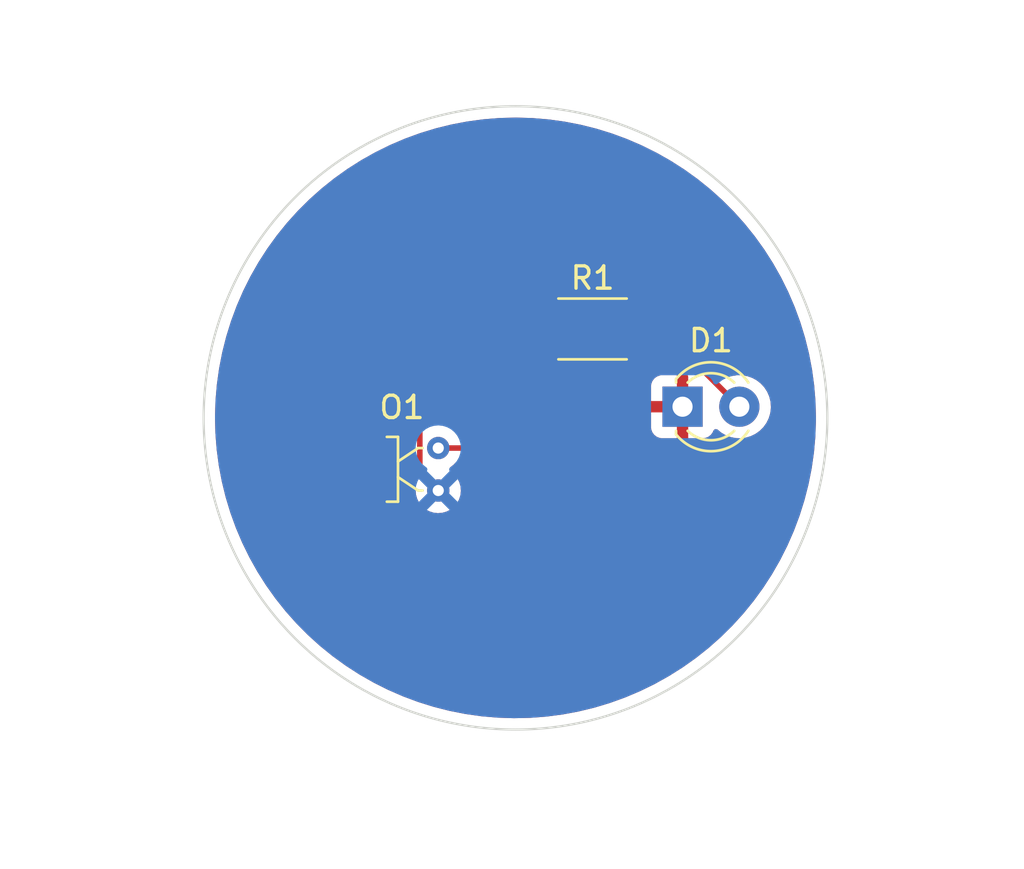
<source format=kicad_pcb>
(kicad_pcb (version 20211014) (generator pcbnew)
  (layers (0 "F.Cu" signal) (31 "B.Cu" signal) (34 "B.Paste" user) (35 "F.Paste" user) (36 "B.SilkS" user "B.Silkscreen") (37 "F.SilkS" user "F.Silkscreen") (38 "B.Mask" user) (39 "F.Mask" user) (44 "Edge.Cuts" user))
  (net 0 "")
  (net 1 "GND")
  (net 2 "Net-(D1-Pad2)")
  (net 3 "VCC")
  (footprint "Crystal:Crystal_DS26_D2.0mm_L6.0mm_Horizontal_1EP_style1" (layer "F.Cu") (at 68.2 56.35 -90)
    (fp_text reference "O1" (at -1.82 1.625) (layer "F.SilkS"))
    (fp_text value "opamp")
    (fp_line (start -0.5 1.8) (end 2.4 1.8) (layer "F.SilkS") (width 0.12))
    (fp_line (start 2.4 1.8) (end 2.4 2.3) (layer "F.SilkS") (width 0.12))
    (fp_line (start -0.5 2.3) (end -0.5 1.8) (layer "F.SilkS") (width 0.12))
    (fp_line (start 1.3 1.8) (end 1.9 0.9) (layer "F.SilkS") (width 0.12))
    (fp_line (start 0.6 1.8) (end 0 0.9) (layer "F.SilkS") (width 0.12))
    (fp_line (start 1.9 0.9) (end 1.9 0.7) (layer "F.SilkS") (width 0.12))
    (fp_line (start 0 0.9) (end 0 0.7) (layer "F.SilkS") (width 0.12))
    (pad "1" thru_hole circle (at 0 0 270) (size 1 1) (drill 0.5) (layers *.Cu *.Mask) (net 2 "Net-(D1-Pad2)"))
    (pad "2" thru_hole circle (at 1.9 0 270) (size 1 1) (drill 0.5) (layers *.Cu *.Mask) (net 3 "VCC"))
    (pad "3" smd rect (at 0.95 5.5 270) (size 2.5 6) (layers "F.Cu" "F.Paste" "F.Mask"))
  )
  (footprint "LED_THT:LED_D3.0mm_FlatTop" (layer "F.Cu") (at 79.125 54.5)
    (fp_text reference "D1" (at 1.27 -2.96) (layer "F.SilkS"))
    (fp_text value "LED")
    (fp_line (start -0.29 1.08) (end -0.29 1.236) (layer "F.SilkS") (width 0.12))
    (fp_line (start -0.29 -1.236) (end -0.29 -1.08) (layer "F.SilkS") (width 0.12))
    (fp_arc (start 2.31113 1.079837) (mid 1.270117 1.5) (end 0.229039 1.08) (layer "F.SilkS") (width 0.12))
    (fp_arc (start 0.229039 -1.08) (mid 1.270117 -1.5) (end 2.31113 -1.079837) (layer "F.SilkS") (width 0.12))
    (fp_arc (start -0.29 -1.235516) (mid 1.366487 -1.987659) (end 2.942335 -1.078608) (layer "F.SilkS") (width 0.12))
    (fp_arc (start 2.942335 1.078608) (mid 1.366487 1.987659) (end -0.29 1.235516) (layer "F.SilkS") (width 0.12))
    (pad "1" thru_hole rect (at 0 0) (size 1.8 1.8) (drill 0.9) (layers *.Cu *.Mask) (net 1 "GND"))
    (pad "2" thru_hole circle (at 2.54 0) (size 1.8 1.8) (drill 0.9) (layers *.Cu *.Mask) (net 2 "Net-(D1-Pad2)"))
  )
  (footprint "Resistor_SMD:R_2010_5025Metric_Pad1.40x2.65mm_HandSolder" (layer "F.Cu") (at 75.1 51.02)
    (fp_text reference "R1" (at 0 -2.28) (layer "F.SilkS"))
    (fp_text value "R")
    (fp_line (start -1.527064 1.36) (end 1.527064 1.36) (layer "F.SilkS") (width 0.12))
    (fp_line (start -1.527064 -1.36) (end 1.527064 -1.36) (layer "F.SilkS") (width 0.12))
    (pad "1" smd roundrect (at -2.4 0) (size 1.4 2.65) (layers "F.Cu" "F.Paste" "F.Mask") (roundrect_rratio 0.178571) (net 3 "VCC"))
    (pad "2" smd roundrect (at 2.4 0) (size 1.4 2.65) (layers "F.Cu" "F.Paste" "F.Mask") (roundrect_rratio 0.178571) (net 2 "Net-(D1-Pad2)"))
  )
  (gr_circle (center 71.653675 55) (end 84.553675 60.3) (layer "Edge.Cuts") (width 0.1) (fill none))
  (segment (start 68.2 56.35) (end 69.707494 56.35) (width 0.25) (layer "F.Cu") (net 2))
  (segment (start 69.707494 56.35) (end 75.037494 51.02) (width 0.25) (layer "F.Cu") (net 2))
  (segment (start 75.037494 51.02) (end 77.5 51.02) (width 0.25) (layer "F.Cu") (net 2))
  (segment (start 78.185 51.02) (end 77.5 51.02) (width 0.25) (layer "F.Cu") (net 2))
  (segment (start 81.665 54.5) (end 78.185 51.02) (width 0.25) (layer "F.Cu") (net 2))
  (segment (start 67.375489 57.425489) (end 67.375489 55.124511) (width 0.25) (layer "F.Cu") (net 3))
  (segment (start 71.48 51.02) (end 72.7 51.02) (width 0.25) (layer "F.Cu") (net 3))
  (segment (start 68.2 58.25) (end 67.375489 57.425489) (width 0.25) (layer "F.Cu") (net 3))
  (segment (start 67.375489 55.124511) (end 71.48 51.02) (width 0.25) (layer "F.Cu") (net 3))
  (zone (net 1) (net_name "GND") (layer "F.Cu") (connect_pads (clearance 0.508)) (min_thickness 0.254) (fill yes (thermal_gap 0.508) (thermal_bridge_width 0.508))
    (polygon (pts (xy 92.7 71.7) (xy 57 75.2) (xy 48.6 51.3) (xy 49.6 40.9) (xy 92.1 36.4)))
  )
  (zone (net 3) (net_name "VCC") (layer "B.Cu") (connect_pads (clearance 0.508)) (min_thickness 0.254) (fill yes (thermal_gap 0.508) (thermal_bridge_width 0.508))
    (polygon (pts (xy 85.7 39.1) (xy 94.4 49.7) (xy 93.9 74.4) (xy 57.1 74.3) (xy 52.4 48.2) (xy 48.7 37) (xy 51 36.3)))
  )
)
</source>
